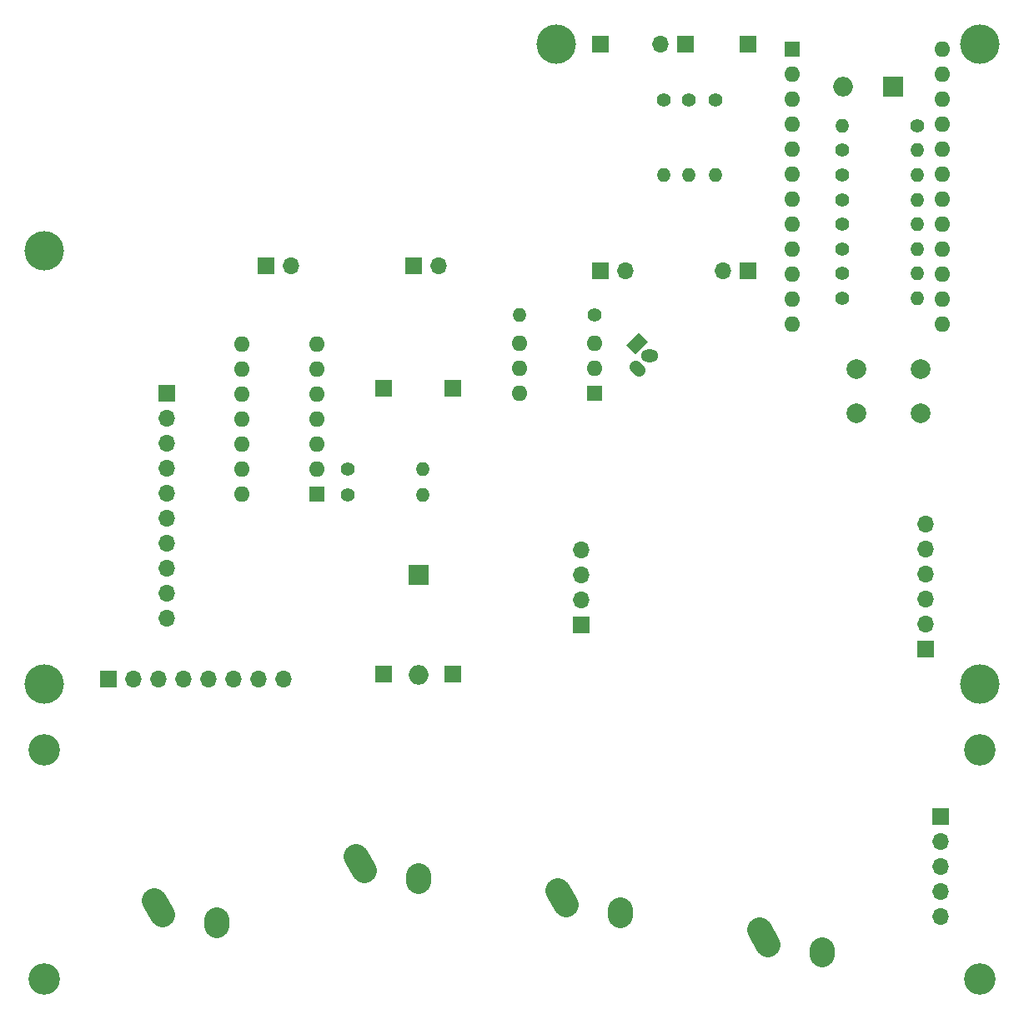
<source format=gbr>
G04 #@! TF.GenerationSoftware,KiCad,Pcbnew,(5.1.2)-2*
G04 #@! TF.CreationDate,2020-12-08T09:13:38+10:00*
G04 #@! TF.ProjectId,MK2090_PERI_order,4d4b3230-3930-45f5-9045-52495f6f7264,rev?*
G04 #@! TF.SameCoordinates,Original*
G04 #@! TF.FileFunction,Soldermask,Top*
G04 #@! TF.FilePolarity,Negative*
%FSLAX46Y46*%
G04 Gerber Fmt 4.6, Leading zero omitted, Abs format (unit mm)*
G04 Created by KiCad (PCBNEW (5.1.2)-2) date 2020-12-08 09:13:38*
%MOMM*%
%LPD*%
G04 APERTURE LIST*
%ADD10C,3.200000*%
%ADD11O,1.400000X1.400000*%
%ADD12C,1.400000*%
%ADD13O,1.600000X1.600000*%
%ADD14R,1.600000X1.600000*%
%ADD15C,4.000000*%
%ADD16R,1.700000X1.700000*%
%ADD17O,1.700000X1.700000*%
%ADD18C,1.300000*%
%ADD19C,1.300000*%
%ADD20C,0.100000*%
%ADD21O,1.800000X1.300000*%
%ADD22O,2.000000X2.000000*%
%ADD23R,2.000000X2.000000*%
%ADD24C,2.500000*%
%ADD25C,2.500000*%
%ADD26C,2.000000*%
G04 APERTURE END LIST*
D10*
X147500000Y-144250000D03*
X52500000Y-144250000D03*
X147500000Y-167500000D03*
X52500000Y-167500000D03*
D11*
X141120000Y-90800000D03*
D12*
X133500000Y-90800000D03*
D11*
X133530000Y-80800000D03*
D12*
X141150000Y-80800000D03*
D13*
X72580000Y-118200000D03*
X80200000Y-102960000D03*
X72580000Y-115660000D03*
X80200000Y-105500000D03*
X72580000Y-113120000D03*
X80200000Y-108040000D03*
X72580000Y-110580000D03*
X80200000Y-110580000D03*
X72580000Y-108040000D03*
X80200000Y-113120000D03*
X72580000Y-105500000D03*
X80200000Y-115660000D03*
X72580000Y-102960000D03*
D14*
X80200000Y-118200000D03*
D15*
X147500000Y-72500000D03*
X104500000Y-72500000D03*
X52500000Y-93500000D03*
X147500000Y-137500000D03*
X52500000Y-137500000D03*
D16*
X124000000Y-72500000D03*
X109000000Y-72500000D03*
X124000000Y-95500000D03*
D17*
X121460000Y-95500000D03*
X111540000Y-95500000D03*
D16*
X109000000Y-95500000D03*
X87000000Y-107500000D03*
D17*
X65000000Y-130860000D03*
X65000000Y-128320000D03*
X65000000Y-125780000D03*
X65000000Y-123240000D03*
X65000000Y-120700000D03*
X65000000Y-118160000D03*
X65000000Y-115620000D03*
X65000000Y-113080000D03*
X65000000Y-110540000D03*
D16*
X65000000Y-108000000D03*
D17*
X76780000Y-137000000D03*
X74240000Y-137000000D03*
X71700000Y-137000000D03*
X69160000Y-137000000D03*
X66620000Y-137000000D03*
X64080000Y-137000000D03*
X61540000Y-137000000D03*
D16*
X59000000Y-137000000D03*
D17*
X107000000Y-123880000D03*
X107000000Y-126420000D03*
X107000000Y-128960000D03*
D16*
X107000000Y-131500000D03*
D17*
X142000000Y-121300000D03*
X142000000Y-123840000D03*
X142000000Y-126380000D03*
X142000000Y-128920000D03*
X142000000Y-131460000D03*
D16*
X142000000Y-134000000D03*
D13*
X100780000Y-108000000D03*
X108400000Y-102920000D03*
X100780000Y-105460000D03*
X108400000Y-105460000D03*
X100780000Y-102920000D03*
D14*
X108400000Y-108000000D03*
D17*
X115060000Y-72500000D03*
D16*
X117600000Y-72500000D03*
X90000000Y-95000000D03*
D17*
X92540000Y-95000000D03*
X77540000Y-95000000D03*
D16*
X75000000Y-95000000D03*
D18*
X112700000Y-105440000D03*
D19*
X112523223Y-105263223D02*
X112876777Y-105616777D01*
D18*
X112700000Y-102900000D03*
D20*
G36*
X111603984Y-103076777D02*
G01*
X112876777Y-101803984D01*
X113796016Y-102723223D01*
X112523223Y-103996016D01*
X111603984Y-103076777D01*
X111603984Y-103076777D01*
G37*
D21*
X113970000Y-104170000D03*
D11*
X100780000Y-100000000D03*
D12*
X108400000Y-100000000D03*
X118000000Y-78200000D03*
D11*
X118000000Y-85820000D03*
D12*
X115400000Y-78200000D03*
D11*
X115400000Y-85820000D03*
X90970000Y-118300000D03*
D12*
X83350000Y-118300000D03*
X83350000Y-115700000D03*
D11*
X90970000Y-115700000D03*
D12*
X133500000Y-88300000D03*
D11*
X141120000Y-88300000D03*
D12*
X120700000Y-78200000D03*
D11*
X120700000Y-85820000D03*
X141120000Y-83300000D03*
D12*
X133500000Y-83300000D03*
D11*
X141120000Y-85800000D03*
D12*
X133500000Y-85800000D03*
X133500000Y-93300000D03*
D11*
X141120000Y-93300000D03*
X141120000Y-95800000D03*
D12*
X133500000Y-95800000D03*
X133500000Y-98300000D03*
D11*
X141120000Y-98300000D03*
D16*
X94000000Y-107500000D03*
X94000000Y-136500000D03*
X87000000Y-136500000D03*
D22*
X133620000Y-76800000D03*
D23*
X138700000Y-76800000D03*
D22*
X90500000Y-136560000D03*
D23*
X90500000Y-126400000D03*
D17*
X143500000Y-161160000D03*
X143500000Y-158620000D03*
X143500000Y-156080000D03*
X143500000Y-153540000D03*
D16*
X143500000Y-151000000D03*
D24*
X70020000Y-161790000D03*
D25*
X70000276Y-161500672D02*
X70039724Y-162079328D01*
D24*
X64095000Y-160270000D03*
D25*
X63689547Y-159540046D02*
X64500453Y-160999954D01*
D24*
X84595000Y-155770000D03*
D25*
X84189547Y-155040046D02*
X85000453Y-156499954D01*
D24*
X90520000Y-157290000D03*
D25*
X90500276Y-157000672D02*
X90539724Y-157579328D01*
D24*
X111020000Y-160790000D03*
D25*
X111000276Y-160500672D02*
X111039724Y-161079328D01*
D24*
X105095000Y-159270000D03*
D25*
X104689547Y-158540046D02*
X105500453Y-159999954D01*
D24*
X125595000Y-163270000D03*
D25*
X125189547Y-162540046D02*
X126000453Y-163999954D01*
D24*
X131520000Y-164790000D03*
D25*
X131500276Y-164500672D02*
X131539724Y-165079328D01*
D26*
X141500000Y-110000000D03*
X141500000Y-105500000D03*
X135000000Y-110000000D03*
X135000000Y-105500000D03*
D13*
X143740000Y-73000000D03*
X128500000Y-100940000D03*
X143740000Y-75540000D03*
X128500000Y-98400000D03*
X143740000Y-78080000D03*
X128500000Y-95860000D03*
X143740000Y-80620000D03*
X128500000Y-93320000D03*
X143740000Y-83160000D03*
X128500000Y-90780000D03*
X143740000Y-85700000D03*
X128500000Y-88240000D03*
X143740000Y-88240000D03*
X128500000Y-85700000D03*
X143740000Y-90780000D03*
X128500000Y-83160000D03*
X143740000Y-93320000D03*
X128500000Y-80620000D03*
X143740000Y-95860000D03*
X128500000Y-78080000D03*
X143740000Y-98400000D03*
X128500000Y-75540000D03*
X143740000Y-100940000D03*
D14*
X128500000Y-73000000D03*
M02*

</source>
